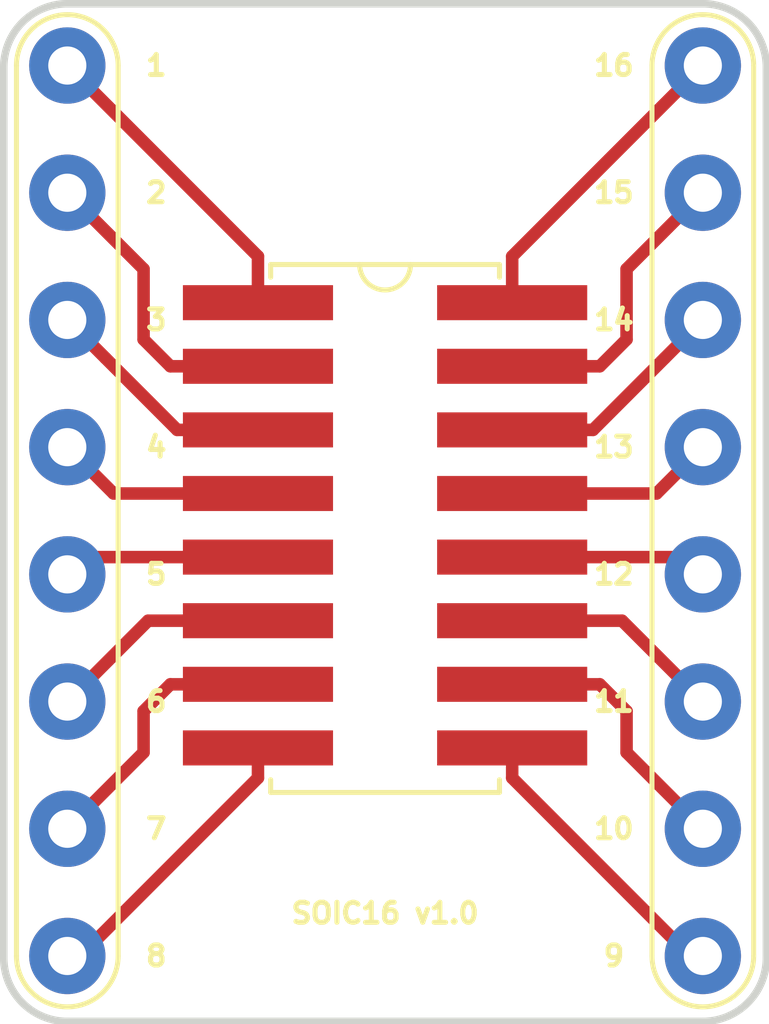
<source format=kicad_pcb>
(kicad_pcb (version 20171130) (host pcbnew "(5.0.0)")

  (general
    (thickness 1.6)
    (drawings 9)
    (tracks 44)
    (zones 0)
    (modules 2)
    (nets 17)
  )

  (page A4)
  (layers
    (0 F.Cu signal)
    (31 B.Cu signal)
    (32 B.Adhes user)
    (33 F.Adhes user)
    (34 B.Paste user)
    (35 F.Paste user)
    (36 B.SilkS user)
    (37 F.SilkS user)
    (38 B.Mask user)
    (39 F.Mask user)
    (40 Dwgs.User user)
    (41 Cmts.User user)
    (42 Eco1.User user)
    (43 Eco2.User user)
    (44 Edge.Cuts user)
    (45 Margin user)
    (46 B.CrtYd user)
    (47 F.CrtYd user)
    (48 B.Fab user)
    (49 F.Fab user)
  )

  (setup
    (last_trace_width 0.25)
    (trace_clearance 0.2)
    (zone_clearance 0.508)
    (zone_45_only no)
    (trace_min 0.2)
    (segment_width 0.2)
    (edge_width 0.15)
    (via_size 0.8)
    (via_drill 0.4)
    (via_min_size 0.4)
    (via_min_drill 0.3)
    (uvia_size 0.3)
    (uvia_drill 0.1)
    (uvias_allowed no)
    (uvia_min_size 0.2)
    (uvia_min_drill 0.1)
    (pcb_text_width 0.3)
    (pcb_text_size 1.5 1.5)
    (mod_edge_width 0.15)
    (mod_text_size 1 1)
    (mod_text_width 0.15)
    (pad_size 1.524 1.524)
    (pad_drill 0.762)
    (pad_to_mask_clearance 0.2)
    (aux_axis_origin 0 0)
    (visible_elements 7FFFFFFF)
    (pcbplotparams
      (layerselection 0x010fc_ffffffff)
      (usegerberextensions false)
      (usegerberattributes false)
      (usegerberadvancedattributes false)
      (creategerberjobfile false)
      (excludeedgelayer true)
      (linewidth 0.100000)
      (plotframeref false)
      (viasonmask false)
      (mode 1)
      (useauxorigin false)
      (hpglpennumber 1)
      (hpglpenspeed 20)
      (hpglpendiameter 15.000000)
      (psnegative false)
      (psa4output false)
      (plotreference true)
      (plotvalue true)
      (plotinvisibletext false)
      (padsonsilk false)
      (subtractmaskfromsilk false)
      (outputformat 1)
      (mirror false)
      (drillshape 1)
      (scaleselection 1)
      (outputdirectory ""))
  )

  (net 0 "")
  (net 1 "Net-(J1-Pad1)")
  (net 2 "Net-(J1-Pad2)")
  (net 3 "Net-(J1-Pad3)")
  (net 4 "Net-(J1-Pad4)")
  (net 5 "Net-(J1-Pad5)")
  (net 6 "Net-(J1-Pad6)")
  (net 7 "Net-(J1-Pad7)")
  (net 8 "Net-(J1-Pad8)")
  (net 9 "Net-(J1-Pad9)")
  (net 10 "Net-(J1-Pad10)")
  (net 11 "Net-(J1-Pad11)")
  (net 12 "Net-(J1-Pad12)")
  (net 13 "Net-(J1-Pad13)")
  (net 14 "Net-(J1-Pad14)")
  (net 15 "Net-(J1-Pad15)")
  (net 16 "Net-(J1-Pad16)")

  (net_class Default "This is the default net class."
    (clearance 0.2)
    (trace_width 0.25)
    (via_dia 0.8)
    (via_drill 0.4)
    (uvia_dia 0.3)
    (uvia_drill 0.1)
    (add_net "Net-(J1-Pad1)")
    (add_net "Net-(J1-Pad10)")
    (add_net "Net-(J1-Pad11)")
    (add_net "Net-(J1-Pad12)")
    (add_net "Net-(J1-Pad13)")
    (add_net "Net-(J1-Pad14)")
    (add_net "Net-(J1-Pad15)")
    (add_net "Net-(J1-Pad16)")
    (add_net "Net-(J1-Pad2)")
    (add_net "Net-(J1-Pad3)")
    (add_net "Net-(J1-Pad4)")
    (add_net "Net-(J1-Pad5)")
    (add_net "Net-(J1-Pad6)")
    (add_net "Net-(J1-Pad7)")
    (add_net "Net-(J1-Pad8)")
    (add_net "Net-(J1-Pad9)")
  )

  (module DevPc:soic-16 (layer F.Cu) (tedit 5BC4D66E) (tstamp 5C0860F6)
    (at 105.41 89.662)
    (tags "soic soic16 soic-16 soic-16-n jedec")
    (path /5BC468BD)
    (attr smd)
    (fp_text reference U1 (at 0.381 11.684) (layer F.SilkS) hide
      (effects (font (size 0.4 0.4) (thickness 0.1)))
    )
    (fp_text value u2x8 (at 0 -0.5) (layer F.Fab)
      (effects (font (size 1 1) (thickness 0.15)))
    )
    (fp_arc (start 0 0.508) (end -0.508 0.508) (angle -180) (layer F.SilkS) (width 0.1))
    (fp_line (start 2.286 10.795) (end 2.286 11.049) (layer F.SilkS) (width 0.1))
    (fp_line (start 2.286 11.049) (end -2.286 11.049) (layer F.SilkS) (width 0.1))
    (fp_line (start -2.286 10.795) (end -2.286 11.049) (layer F.SilkS) (width 0.1))
    (fp_line (start 2.286 0.508) (end 2.286 0.762) (layer F.SilkS) (width 0.1))
    (fp_line (start -2.286 0.508) (end -2.286 0.762) (layer F.SilkS) (width 0.1))
    (fp_line (start -2.286 0.508) (end 2.286 0.508) (layer F.SilkS) (width 0.1))
    (pad 9 smd rect (at 2.54 10.16 90) (size 0.7 3) (layers F.Cu F.Paste F.Mask)
      (net 9 "Net-(J1-Pad9)") (solder_mask_margin 0.1))
    (pad 10 smd rect (at 2.54 8.89 90) (size 0.7 3) (layers F.Cu F.Paste F.Mask)
      (net 10 "Net-(J1-Pad10)") (solder_mask_margin 0.1))
    (pad 12 smd rect (at 2.54 6.35 90) (size 0.7 3) (layers F.Cu F.Paste F.Mask)
      (net 12 "Net-(J1-Pad12)") (solder_mask_margin 0.1))
    (pad 11 smd rect (at 2.54 7.62 90) (size 0.7 3) (layers F.Cu F.Paste F.Mask)
      (net 11 "Net-(J1-Pad11)") (solder_mask_margin 0.1))
    (pad 8 smd rect (at -2.54 10.16 90) (size 0.7 3) (layers F.Cu F.Paste F.Mask)
      (net 8 "Net-(J1-Pad8)") (solder_mask_margin 0.1))
    (pad 7 smd rect (at -2.54 8.89 90) (size 0.7 3) (layers F.Cu F.Paste F.Mask)
      (net 7 "Net-(J1-Pad7)") (solder_mask_margin 0.1))
    (pad 6 smd rect (at -2.54 7.62 90) (size 0.7 3) (layers F.Cu F.Paste F.Mask)
      (net 6 "Net-(J1-Pad6)") (solder_mask_margin 0.1))
    (pad 5 smd rect (at -2.54 6.35 90) (size 0.7 3) (layers F.Cu F.Paste F.Mask)
      (net 5 "Net-(J1-Pad5)") (solder_mask_margin 0.1))
    (pad 13 smd rect (at 2.54 5.08 90) (size 0.7 3) (layers F.Cu F.Paste F.Mask)
      (net 13 "Net-(J1-Pad13)") (solder_mask_margin 0.1))
    (pad 14 smd rect (at 2.54 3.81 90) (size 0.7 3) (layers F.Cu F.Paste F.Mask)
      (net 14 "Net-(J1-Pad14)") (solder_mask_margin 0.1))
    (pad 15 smd rect (at 2.54 2.54 90) (size 0.7 3) (layers F.Cu F.Paste F.Mask)
      (net 15 "Net-(J1-Pad15)") (solder_mask_margin 0.1))
    (pad 16 smd rect (at 2.54 1.27 90) (size 0.7 3) (layers F.Cu F.Paste F.Mask)
      (net 16 "Net-(J1-Pad16)") (solder_mask_margin 0.1))
    (pad 4 smd rect (at -2.54 5.08 90) (size 0.7 3) (layers F.Cu F.Paste F.Mask)
      (net 4 "Net-(J1-Pad4)") (solder_mask_margin 0.1))
    (pad 3 smd rect (at -2.54 3.81 90) (size 0.7 3) (layers F.Cu F.Paste F.Mask)
      (net 3 "Net-(J1-Pad3)") (solder_mask_margin 0.1))
    (pad 2 smd rect (at -2.54 2.54 90) (size 0.7 3) (layers F.Cu F.Paste F.Mask)
      (net 2 "Net-(J1-Pad2)") (solder_mask_margin 0.1))
    (pad 1 smd rect (at -2.54 1.27 90) (size 0.7 3) (layers F.Cu F.Paste F.Mask)
      (net 1 "Net-(J1-Pad1)") (solder_mask_margin 0.1))
    (model ${KISYS3DMOD}/Package_SO.3dshapes/SOIC-16_3.9x9.9mm_P1.27mm.step
      (offset (xyz 0 -5.7 0))
      (scale (xyz 1 1 1))
      (rotate (xyz 0 0 0))
    )
  )

  (module DevPc:bb_2x8 (layer F.Cu) (tedit 5BC38966) (tstamp 5C0860DC)
    (at 99.06 86.1965)
    (path /5BC4685C)
    (fp_text reference J1 (at -1.524 0.762 270 unlocked) (layer F.SilkS) hide
      (effects (font (size 0.4 0.4) (thickness 0.1)))
    )
    (fp_text value bb2x8_0 (at -2.286 1.016 -90 unlocked) (layer F.Fab) hide
      (effects (font (size 0.4 0.4) (thickness 0.1)))
    )
    (fp_text user 11 (at 10.922 12.7) (layer F.SilkS)
      (effects (font (size 0.4 0.4) (thickness 0.1)))
    )
    (fp_text user 6 (at 1.778 12.7) (layer F.SilkS)
      (effects (font (size 0.4 0.4) (thickness 0.1)))
    )
    (fp_text user 9 (at 10.922 17.78) (layer F.SilkS)
      (effects (font (size 0.4 0.4) (thickness 0.1)))
    )
    (fp_text user 12 (at 10.922 10.16) (layer F.SilkS)
      (effects (font (size 0.4 0.4) (thickness 0.1)))
    )
    (fp_text user 5 (at 1.778 10.16) (layer F.SilkS)
      (effects (font (size 0.4 0.4) (thickness 0.1)))
    )
    (fp_text user 7 (at 1.778 15.24) (layer F.SilkS)
      (effects (font (size 0.4 0.4) (thickness 0.1)))
    )
    (fp_text user 10 (at 10.922 15.24) (layer F.SilkS)
      (effects (font (size 0.4 0.4) (thickness 0.1)))
    )
    (fp_text user 8 (at 1.778 17.78) (layer F.SilkS)
      (effects (font (size 0.4 0.4) (thickness 0.1)))
    )
    (fp_text user 14 (at 10.922 5.08) (layer F.SilkS)
      (effects (font (size 0.4 0.4) (thickness 0.1)))
    )
    (fp_text user 13 (at 10.922 7.62) (layer F.SilkS)
      (effects (font (size 0.4 0.4) (thickness 0.1)))
    )
    (fp_text user 15 (at 10.922 2.54) (layer F.SilkS)
      (effects (font (size 0.4 0.4) (thickness 0.1)))
    )
    (fp_text user 16 (at 10.922 0) (layer F.SilkS)
      (effects (font (size 0.4 0.4) (thickness 0.1)))
    )
    (fp_line (start 13.716 17.78) (end 13.716 0) (layer F.SilkS) (width 0.1))
    (fp_line (start 11.684 17.78) (end 11.684 0) (layer F.SilkS) (width 0.1))
    (fp_arc (start 12.7 17.78) (end 11.684 17.78) (angle -180) (layer F.SilkS) (width 0.1))
    (fp_arc (start 12.7 0) (end 13.716 0) (angle -180) (layer F.SilkS) (width 0.1))
    (fp_arc (start 0 17.78) (end -1.016 17.78) (angle -180) (layer F.SilkS) (width 0.1))
    (fp_arc (start 0 0) (end 1.016 0) (angle -180) (layer F.SilkS) (width 0.1))
    (fp_text user 4 (at 1.778 7.62) (layer F.SilkS)
      (effects (font (size 0.4 0.4) (thickness 0.1)))
    )
    (fp_text user 3 (at 1.778 5.08) (layer F.SilkS)
      (effects (font (size 0.4 0.4) (thickness 0.1)))
    )
    (fp_text user 2 (at 1.778 2.54) (layer F.SilkS)
      (effects (font (size 0.4 0.4) (thickness 0.1)))
    )
    (fp_line (start 1.016 17.78) (end 1.016 0) (layer F.SilkS) (width 0.1))
    (fp_line (start -1.016 0) (end -1.016 17.78) (layer F.SilkS) (width 0.1))
    (fp_text user 1 (at 1.778 0) (layer F.SilkS)
      (effects (font (size 0.4 0.4) (thickness 0.1)))
    )
    (pad 16 thru_hole circle (at 12.7 0) (size 1.524 1.524) (drill 0.762) (layers *.Cu *.Mask)
      (net 16 "Net-(J1-Pad16)"))
    (pad 15 thru_hole circle (at 12.7 2.54) (size 1.524 1.524) (drill 0.762) (layers *.Cu *.Mask)
      (net 15 "Net-(J1-Pad15)"))
    (pad 14 thru_hole circle (at 12.7 5.08) (size 1.524 1.524) (drill 0.762) (layers *.Cu *.Mask)
      (net 14 "Net-(J1-Pad14)"))
    (pad 13 thru_hole circle (at 12.7 7.62) (size 1.524 1.524) (drill 0.762) (layers *.Cu *.Mask)
      (net 13 "Net-(J1-Pad13)"))
    (pad 12 thru_hole circle (at 12.7 10.16) (size 1.524 1.524) (drill 0.762) (layers *.Cu *.Mask)
      (net 12 "Net-(J1-Pad12)"))
    (pad 11 thru_hole circle (at 12.7 12.7) (size 1.524 1.524) (drill 0.762) (layers *.Cu *.Mask)
      (net 11 "Net-(J1-Pad11)"))
    (pad 10 thru_hole circle (at 12.7 15.24) (size 1.524 1.524) (drill 0.762) (layers *.Cu *.Mask)
      (net 10 "Net-(J1-Pad10)"))
    (pad 9 thru_hole circle (at 12.7 17.78) (size 1.524 1.524) (drill 0.762) (layers *.Cu *.Mask)
      (net 9 "Net-(J1-Pad9)"))
    (pad 8 thru_hole circle (at 0 17.78) (size 1.524 1.524) (drill 0.762) (layers *.Cu *.Mask)
      (net 8 "Net-(J1-Pad8)"))
    (pad 7 thru_hole circle (at 0 15.24) (size 1.524 1.524) (drill 0.762) (layers *.Cu *.Mask)
      (net 7 "Net-(J1-Pad7)"))
    (pad 6 thru_hole circle (at 0 12.7) (size 1.524 1.524) (drill 0.762) (layers *.Cu *.Mask)
      (net 6 "Net-(J1-Pad6)"))
    (pad 5 thru_hole circle (at 0 10.16) (size 1.524 1.524) (drill 0.762) (layers *.Cu *.Mask)
      (net 5 "Net-(J1-Pad5)"))
    (pad 4 thru_hole circle (at 0 7.62) (size 1.524 1.524) (drill 0.762) (layers *.Cu *.Mask)
      (net 4 "Net-(J1-Pad4)"))
    (pad 3 thru_hole circle (at 0 5.08) (size 1.524 1.524) (drill 0.762) (layers *.Cu *.Mask)
      (net 3 "Net-(J1-Pad3)"))
    (pad 2 thru_hole circle (at 0 2.54) (size 1.524 1.524) (drill 0.762) (layers *.Cu *.Mask)
      (net 2 "Net-(J1-Pad2)"))
    (pad 1 thru_hole circle (at 0 0) (size 1.524 1.524) (drill 0.762) (layers *.Cu *.Mask)
      (net 1 "Net-(J1-Pad1)"))
  )

  (gr_text "SOIC16 v1.0" (at 105.41 103.124) (layer F.SilkS)
    (effects (font (size 0.4 0.4) (thickness 0.1)))
  )
  (gr_line (start 113.03 104.013) (end 113.03 86.233) (layer Edge.Cuts) (width 0.15))
  (gr_line (start 99.06 105.283) (end 111.76 105.283) (layer Edge.Cuts) (width 0.15))
  (gr_line (start 97.79 86.233) (end 97.79 104.013) (layer Edge.Cuts) (width 0.15))
  (gr_line (start 111.76 84.963) (end 99.06 84.963) (layer Edge.Cuts) (width 0.15))
  (gr_arc (start 111.76 86.233) (end 113.03 86.233) (angle -90) (layer Edge.Cuts) (width 0.15))
  (gr_arc (start 111.76 104.013) (end 111.76 105.283) (angle -90) (layer Edge.Cuts) (width 0.15))
  (gr_arc (start 99.06 104.013) (end 97.79 104.013) (angle -90) (layer Edge.Cuts) (width 0.15))
  (gr_arc (start 99.06 86.233) (end 99.06 84.963) (angle -90) (layer Edge.Cuts) (width 0.15))

  (segment (start 102.87 90.0065) (end 99.06 86.1965) (width 0.25) (layer F.Cu) (net 1))
  (segment (start 102.87 90.932) (end 102.87 90.0065) (width 0.25) (layer F.Cu) (net 1))
  (segment (start 101.12 92.202) (end 100.584 91.666) (width 0.25) (layer F.Cu) (net 2))
  (segment (start 102.87 92.202) (end 101.12 92.202) (width 0.25) (layer F.Cu) (net 2))
  (segment (start 100.584 90.2605) (end 99.06 88.7365) (width 0.25) (layer F.Cu) (net 2))
  (segment (start 100.584 91.666) (end 100.584 90.2605) (width 0.25) (layer F.Cu) (net 2))
  (segment (start 99.821999 92.038499) (end 99.06 91.2765) (width 0.25) (layer F.Cu) (net 3))
  (segment (start 101.2555 93.472) (end 99.821999 92.038499) (width 0.25) (layer F.Cu) (net 3))
  (segment (start 102.87 93.472) (end 101.2555 93.472) (width 0.25) (layer F.Cu) (net 3))
  (segment (start 99.9855 94.742) (end 99.06 93.8165) (width 0.25) (layer F.Cu) (net 4))
  (segment (start 102.87 94.742) (end 99.9855 94.742) (width 0.25) (layer F.Cu) (net 4))
  (segment (start 99.4045 96.012) (end 99.06 96.3565) (width 0.25) (layer F.Cu) (net 5))
  (segment (start 102.87 96.012) (end 99.4045 96.012) (width 0.25) (layer F.Cu) (net 5))
  (segment (start 100.6745 97.282) (end 99.06 98.8965) (width 0.25) (layer F.Cu) (net 6))
  (segment (start 102.87 97.282) (end 100.6745 97.282) (width 0.25) (layer F.Cu) (net 6))
  (segment (start 101.12 98.552) (end 100.584 99.088) (width 0.25) (layer F.Cu) (net 7))
  (segment (start 102.87 98.552) (end 101.12 98.552) (width 0.25) (layer F.Cu) (net 7))
  (segment (start 100.584 99.9125) (end 99.06 101.4365) (width 0.25) (layer F.Cu) (net 7))
  (segment (start 100.584 99.088) (end 100.584 99.9125) (width 0.25) (layer F.Cu) (net 7))
  (segment (start 99.3155 103.9765) (end 99.06 103.9765) (width 0.25) (layer F.Cu) (net 8))
  (segment (start 102.87 100.422) (end 99.3155 103.9765) (width 0.25) (layer F.Cu) (net 8))
  (segment (start 102.87 99.822) (end 102.87 100.422) (width 0.25) (layer F.Cu) (net 8))
  (segment (start 111.5045 103.9765) (end 111.76 103.9765) (width 0.25) (layer F.Cu) (net 9))
  (segment (start 107.95 100.422) (end 111.5045 103.9765) (width 0.25) (layer F.Cu) (net 9))
  (segment (start 107.95 99.822) (end 107.95 100.422) (width 0.25) (layer F.Cu) (net 9))
  (segment (start 109.7 98.552) (end 110.236 99.088) (width 0.25) (layer F.Cu) (net 10))
  (segment (start 107.95 98.552) (end 109.7 98.552) (width 0.25) (layer F.Cu) (net 10))
  (segment (start 110.236 99.9125) (end 111.76 101.4365) (width 0.25) (layer F.Cu) (net 10))
  (segment (start 110.236 99.088) (end 110.236 99.9125) (width 0.25) (layer F.Cu) (net 10))
  (segment (start 110.1455 97.282) (end 111.76 98.8965) (width 0.25) (layer F.Cu) (net 11))
  (segment (start 107.95 97.282) (end 110.1455 97.282) (width 0.25) (layer F.Cu) (net 11))
  (segment (start 111.4155 96.012) (end 111.76 96.3565) (width 0.25) (layer F.Cu) (net 12))
  (segment (start 107.95 96.012) (end 111.4155 96.012) (width 0.25) (layer F.Cu) (net 12))
  (segment (start 110.8345 94.742) (end 111.76 93.8165) (width 0.25) (layer F.Cu) (net 13))
  (segment (start 107.95 94.742) (end 110.8345 94.742) (width 0.25) (layer F.Cu) (net 13))
  (segment (start 110.998001 92.038499) (end 111.76 91.2765) (width 0.25) (layer F.Cu) (net 14))
  (segment (start 109.5645 93.472) (end 110.998001 92.038499) (width 0.25) (layer F.Cu) (net 14))
  (segment (start 107.95 93.472) (end 109.5645 93.472) (width 0.25) (layer F.Cu) (net 14))
  (segment (start 109.7 92.202) (end 110.236 91.666) (width 0.25) (layer F.Cu) (net 15))
  (segment (start 107.95 92.202) (end 109.7 92.202) (width 0.25) (layer F.Cu) (net 15))
  (segment (start 110.236 90.2605) (end 111.76 88.7365) (width 0.25) (layer F.Cu) (net 15))
  (segment (start 110.236 91.666) (end 110.236 90.2605) (width 0.25) (layer F.Cu) (net 15))
  (segment (start 107.95 90.0065) (end 111.76 86.1965) (width 0.25) (layer F.Cu) (net 16))
  (segment (start 107.95 90.932) (end 107.95 90.0065) (width 0.25) (layer F.Cu) (net 16))

)

</source>
